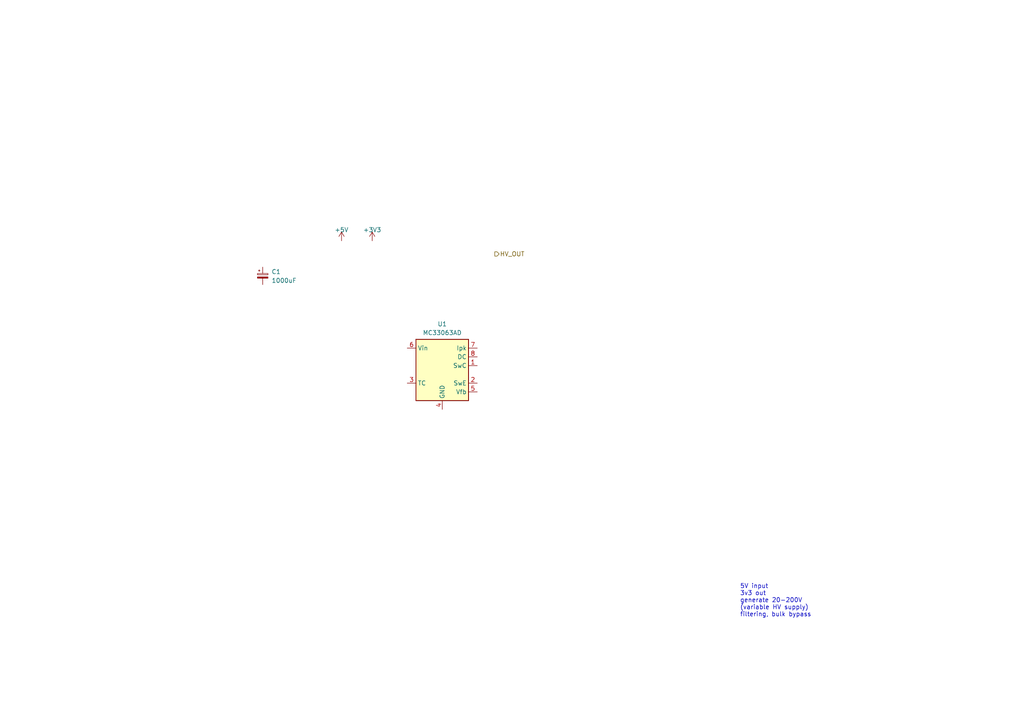
<source format=kicad_sch>
(kicad_sch (version 20230121) (generator eeschema)
  (paper "A4")
  (lib_symbols
    (symbol "Device:C_Polarized_Small" (pin_numbers hide) (pin_names (offset 0.254) hide)
      (property "Reference" "C" (at 0.254 1.778 0))
      (property "Value" "C_Polarized_Small" (at 0.254 -2.032 0))
      (symbol "C_Polarized_Small_0_1"
        (rectangle (start -1.524 -0.3048) (end 1.524 -0.6858) (fill (type outline)))
        (rectangle (start -1.524 0.6858) (end 1.524 0.3048))
        (polyline (pts (xy -1.27 1.524) (xy -0.762 1.524)))
        (polyline (pts (xy -1.016 1.27) (xy -1.016 1.778)))
      )
      (symbol "C_Polarized_Small_1_1"
        (pin passive line (at 0 2.54 270) (length 1.8542) (name "~") (number "1"))
        (pin passive line (at 0 -2.54 90) (length 1.8542) (name "~") (number "2"))
      )
    )
    (symbol "Regulator_Switching:MC33063AD"
      (property "Reference" "U" (at -7.62 8.89 0))
      (property "Value" "MC33063AD" (at 0 8.89 0))
      (symbol "MC33063AD_0_1"
        (rectangle (start -7.62 7.62) (end 7.62 -10.16) (stroke (width 0.254)) (fill (type background)))
      )
      (symbol "MC33063AD_1_1"
        (pin open_collector line (at 10.16 0 180) (length 2.54) (name "SwC") (number "1"))
        (pin open_emitter line (at 10.16 -5.08 180) (length 2.54) (name "SwE") (number "2"))
        (pin passive line (at -10.16 -5.08 0) (length 2.54) (name "TC") (number "3"))
        (pin power_in line (at 0 -12.7 90) (length 2.54) (name "GND") (number "4"))
        (pin input line (at 10.16 -7.62 180) (length 2.54) (name "Vfb") (number "5"))
        (pin power_in line (at -10.16 5.08 0) (length 2.54) (name "Vin") (number "6"))
        (pin input line (at 10.16 5.08 180) (length 2.54) (name "Ipk") (number "7"))
        (pin open_collector line (at 10.16 2.54 180) (length 2.54) (name "DC") (number "8"))
      )
    )
    (symbol "power:+3V3" (power) (pin_names (offset 0))
      (property "Value" "+3V3" (at 0 3.556 0))
      (symbol "+3V3_0_1"
        (polyline (pts (xy -0.762 1.27) (xy 0 2.54)))
        (polyline (pts (xy 0 0) (xy 0 2.54)))
        (polyline (pts (xy 0 2.54) (xy 0.762 1.27)))
      )
      (symbol "+3V3_1_1"
        (pin power_in line (at 0 0 90) (length 0) hide (name "+3V3") (number "1"))
      )
    )
    (symbol "power:+5V" (power) (pin_names (offset 0))
      (property "Value" "+5V" (at 0 3.556 0))
      (symbol "+5V_0_1"
        (polyline (pts (xy -0.762 1.27) (xy 0 2.54)))
        (polyline (pts (xy 0 0) (xy 0 2.54)))
        (polyline (pts (xy 0 2.54) (xy 0.762 1.27)))
      )
      (symbol "+5V_1_1"
        (pin power_in line (at 0 0 90) (length 0) hide (name "+5V") (number "1"))
      )
    )
  )
  (text "5V input\n3v3 out\ngenerate 20-200V\n(variable HV supply)\nfiltering, bulk bypass" (at 214.63 179.07 0) (effects (font (size 1.27 1.27)) (justify left bottom)))
  (hierarchical_label "HV_OUT" (shape output) (at 143.51 73.66 0))
  (symbol (lib_id "power:+3V3") (at 107.95 69.85 0) (unit 1)
    (property "Reference" "#PWR02" (effects hide))
    (property "Value" "+3V3" (at 107.95 66.675 0))
  )
  (symbol (lib_id "power:+5V") (at 99.06 69.85 0) (unit 1)
    (property "Reference" "#PWR01" (effects hide))
    (property "Value" "+5V" (at 99.06 66.675 0))
  )
  (symbol (lib_id "Device:C_Polarized_Small") (at 76.2 80.01 0) (unit 1)
    (property "Reference" "C1" (at 78.74 78.8289 0) (effects (justify left)))
    (property "Value" "1000uF" (at 78.74 81.3689 0) (effects (justify left)))
    (property "Footprint" "Capacitor_SMD:CP_Elec_10x10" (effects hide))
    (property "Datasheet" "https://datasheet.lcsc.com/lcsc/1811051743_Lelon-VE-102M1CTR-1010_C249474.pdf" (effects hide))
    (property "PN" "VE-102M1CTR-1010" (effects hide))
  )
  (symbol (lib_id "Regulator_Switching:MC33063AD") (at 128.27 106.045 0) (unit 1)
    (property "Reference" "U1" (at 128.27 93.98 0))
    (property "Value" "MC33063AD" (at 128.27 96.52 0))
    (property "Footprint" "Package_SO:SOIC-8_3.9x4.9mm_P1.27mm" (effects hide))
    (property "Datasheet" "http://www.onsemi.com/pub_link/Collateral/MC34063A-D.PDF" (effects hide))
  )
)
</source>
